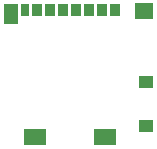
<source format=gbr>
%TF.GenerationSoftware,KiCad,Pcbnew,7.0.5-0*%
%TF.CreationDate,2023-06-19T10:32:09+08:00*%
%TF.ProjectId,slimarm_carambola,736c696d-6172-46d5-9f63-6172616d626f,rev?*%
%TF.SameCoordinates,Original*%
%TF.FileFunction,Paste,Bot*%
%TF.FilePolarity,Positive*%
%FSLAX46Y46*%
G04 Gerber Fmt 4.6, Leading zero omitted, Abs format (unit mm)*
G04 Created by KiCad (PCBNEW 7.0.5-0) date 2023-06-19 10:32:09*
%MOMM*%
%LPD*%
G01*
G04 APERTURE LIST*
%ADD10R,0.850000X1.100000*%
%ADD11R,0.750000X1.100000*%
%ADD12R,1.200000X1.000000*%
%ADD13R,1.550000X1.350000*%
%ADD14R,1.900000X1.350000*%
%ADD15R,1.170000X1.800000*%
G04 APERTURE END LIST*
D10*
%TO.C,J3*%
X26500000Y-13530000D03*
X25400000Y-13530000D03*
X24300000Y-13530000D03*
X23200000Y-13530000D03*
X22100000Y-13530000D03*
X21000000Y-13530000D03*
X19900000Y-13530000D03*
D11*
X18850000Y-13530000D03*
D12*
X29135000Y-19680000D03*
X29135000Y-23380000D03*
D13*
X28960000Y-13655000D03*
D14*
X25635000Y-24355000D03*
X19665000Y-24355000D03*
D15*
X17640000Y-13880000D03*
%TD*%
M02*

</source>
